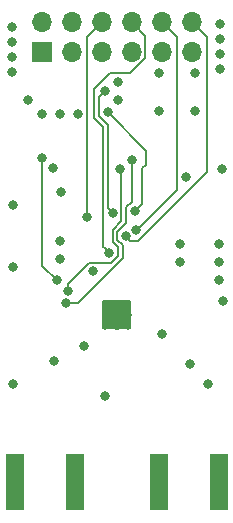
<source format=gbr>
G04 #@! TF.GenerationSoftware,KiCad,Pcbnew,5.0.1*
G04 #@! TF.CreationDate,2019-01-06T19:01:27+01:00*
G04 #@! TF.ProjectId,SX1257_pmod,5358313235375F706D6F642E6B696361,rev?*
G04 #@! TF.SameCoordinates,Original*
G04 #@! TF.FileFunction,Copper,L4,Bot,Signal*
G04 #@! TF.FilePolarity,Positive*
%FSLAX46Y46*%
G04 Gerber Fmt 4.6, Leading zero omitted, Abs format (unit mm)*
G04 Created by KiCad (PCBNEW 5.0.1) date Sun 06 Jan 2019 07:01:27 PM CET*
%MOMM*%
%LPD*%
G01*
G04 APERTURE LIST*
G04 #@! TA.AperFunction,SMDPad,CuDef*
%ADD10R,1.524000X4.800000*%
G04 #@! TD*
G04 #@! TA.AperFunction,ComponentPad*
%ADD11R,1.700000X1.700000*%
G04 #@! TD*
G04 #@! TA.AperFunction,ComponentPad*
%ADD12O,1.700000X1.700000*%
G04 #@! TD*
G04 #@! TA.AperFunction,ViaPad*
%ADD13C,0.500000*%
G04 #@! TD*
G04 #@! TA.AperFunction,Conductor*
%ADD14C,0.100000*%
G04 #@! TD*
G04 #@! TA.AperFunction,Conductor*
%ADD15C,2.500000*%
G04 #@! TD*
G04 #@! TA.AperFunction,ViaPad*
%ADD16C,0.800000*%
G04 #@! TD*
G04 #@! TA.AperFunction,Conductor*
%ADD17C,0.342900*%
G04 #@! TD*
G04 #@! TA.AperFunction,Conductor*
%ADD18C,0.203200*%
G04 #@! TD*
G04 #@! TA.AperFunction,Conductor*
%ADD19C,0.202000*%
G04 #@! TD*
G04 APERTURE END LIST*
D10*
G04 #@! TO.P,J3,2*
G04 #@! TO.N,GND*
X133096000Y-65613000D03*
X128016000Y-65613000D03*
G04 #@! TD*
G04 #@! TO.P,J2,2*
G04 #@! TO.N,GND*
X115824000Y-65613000D03*
X120904000Y-65613000D03*
G04 #@! TD*
D11*
G04 #@! TO.P,J1,1*
G04 #@! TO.N,/PMOD_3V3*
X118110000Y-29210000D03*
D12*
G04 #@! TO.P,J1,2*
X118110000Y-26670000D03*
G04 #@! TO.P,J1,3*
G04 #@! TO.N,GND*
X120650000Y-29210000D03*
G04 #@! TO.P,J1,4*
X120650000Y-26670000D03*
G04 #@! TO.P,J1,5*
G04 #@! TO.N,/CLK_OUT*
X123190000Y-29210000D03*
G04 #@! TO.P,J1,6*
G04 #@! TO.N,/PMOD_8*
X123190000Y-26670000D03*
G04 #@! TO.P,J1,7*
G04 #@! TO.N,/CLK_IN*
X125730000Y-29210000D03*
G04 #@! TO.P,J1,8*
G04 #@! TO.N,/PMOD_7*
X125730000Y-26670000D03*
G04 #@! TO.P,J1,9*
G04 #@! TO.N,/I2C_SDA*
X128270000Y-29210000D03*
G04 #@! TO.P,J1,10*
G04 #@! TO.N,/PMOD_6*
X128270000Y-26670000D03*
G04 #@! TO.P,J1,11*
G04 #@! TO.N,/I2C_CLK*
X130810000Y-29210000D03*
G04 #@! TO.P,J1,12*
G04 #@! TO.N,/PMOD_5*
X130810000Y-26670000D03*
G04 #@! TD*
D13*
G04 #@! TO.N,GND*
G04 #@! TO.C,U1*
X125460000Y-52435000D03*
X124460000Y-52435000D03*
X123460000Y-52435000D03*
X125460000Y-51435000D03*
X124460000Y-51435000D03*
X123460000Y-51435000D03*
X125460000Y-50435000D03*
X124460000Y-50435000D03*
X123460000Y-50435000D03*
D14*
G36*
X125484504Y-50186204D02*
X125508773Y-50189804D01*
X125532571Y-50195765D01*
X125555671Y-50204030D01*
X125577849Y-50214520D01*
X125598893Y-50227133D01*
X125618598Y-50241747D01*
X125636777Y-50258223D01*
X125653253Y-50276402D01*
X125667867Y-50296107D01*
X125680480Y-50317151D01*
X125690970Y-50339329D01*
X125699235Y-50362429D01*
X125705196Y-50386227D01*
X125708796Y-50410496D01*
X125710000Y-50435000D01*
X125710000Y-52435000D01*
X125708796Y-52459504D01*
X125705196Y-52483773D01*
X125699235Y-52507571D01*
X125690970Y-52530671D01*
X125680480Y-52552849D01*
X125667867Y-52573893D01*
X125653253Y-52593598D01*
X125636777Y-52611777D01*
X125618598Y-52628253D01*
X125598893Y-52642867D01*
X125577849Y-52655480D01*
X125555671Y-52665970D01*
X125532571Y-52674235D01*
X125508773Y-52680196D01*
X125484504Y-52683796D01*
X125460000Y-52685000D01*
X123460000Y-52685000D01*
X123435496Y-52683796D01*
X123411227Y-52680196D01*
X123387429Y-52674235D01*
X123364329Y-52665970D01*
X123342151Y-52655480D01*
X123321107Y-52642867D01*
X123301402Y-52628253D01*
X123283223Y-52611777D01*
X123266747Y-52593598D01*
X123252133Y-52573893D01*
X123239520Y-52552849D01*
X123229030Y-52530671D01*
X123220765Y-52507571D01*
X123214804Y-52483773D01*
X123211204Y-52459504D01*
X123210000Y-52435000D01*
X123210000Y-50435000D01*
X123211204Y-50410496D01*
X123214804Y-50386227D01*
X123220765Y-50362429D01*
X123229030Y-50339329D01*
X123239520Y-50317151D01*
X123252133Y-50296107D01*
X123266747Y-50276402D01*
X123283223Y-50258223D01*
X123301402Y-50241747D01*
X123321107Y-50227133D01*
X123342151Y-50214520D01*
X123364329Y-50204030D01*
X123387429Y-50195765D01*
X123411227Y-50189804D01*
X123435496Y-50186204D01*
X123460000Y-50185000D01*
X125460000Y-50185000D01*
X125484504Y-50186204D01*
X125484504Y-50186204D01*
G37*
D15*
X124460000Y-51435000D03*
G04 #@! TD*
D16*
G04 #@! TO.N,GND*
X119761000Y-41021000D03*
X130344547Y-39749810D03*
X115697000Y-47371000D03*
X115697000Y-42164000D03*
X133223000Y-28067000D03*
X133223000Y-29337000D03*
X133223000Y-30607000D03*
X133223000Y-26797000D03*
X115570000Y-27051000D03*
X115570000Y-29591000D03*
X115570000Y-28321000D03*
X115570000Y-30861000D03*
X133477000Y-50292000D03*
X130683000Y-55626000D03*
X123444000Y-58293000D03*
X132207000Y-57277000D03*
X115697000Y-57277000D03*
X133159500Y-67437000D03*
X133159500Y-66167000D03*
X133159500Y-63627000D03*
X133159500Y-64897000D03*
X128079500Y-67437000D03*
X128079500Y-66167000D03*
X128079500Y-64897000D03*
X128079500Y-63627000D03*
X115824000Y-66167000D03*
X115824000Y-63627000D03*
X115824000Y-67437000D03*
X115824000Y-64897000D03*
X119634000Y-46736000D03*
X119126000Y-55372000D03*
X119634000Y-45212000D03*
X133096000Y-48514000D03*
X133096000Y-46990000D03*
X133096000Y-45466000D03*
X124587000Y-33274000D03*
X128016000Y-34163010D03*
X131064000Y-34163000D03*
X120904000Y-66167000D03*
X120904000Y-63627000D03*
X120904000Y-67437000D03*
X120904000Y-64897000D03*
G04 #@! TO.N,/CLK_OUT*
X123698000Y-34289970D03*
X125984000Y-42672000D03*
G04 #@! TO.N,/CLK_IN*
X123444000Y-32512000D03*
X124167978Y-42797268D03*
G04 #@! TO.N,/PMOD_6*
X126106119Y-44280378D03*
G04 #@! TO.N,/PMOD_5*
X125236932Y-44781325D03*
G04 #@! TO.N,/PMOD_7*
X123845972Y-46217219D03*
G04 #@! TO.N,/PMOD_8*
X121920016Y-43180000D03*
G04 #@! TO.N,+3V3*
X133350000Y-39116000D03*
X116967000Y-33274000D03*
X118110000Y-34417000D03*
X119634000Y-34417000D03*
X121158000Y-34417000D03*
X128270000Y-53086000D03*
X121666000Y-54102000D03*
X122428000Y-47751982D03*
X129794000Y-45466000D03*
X129794000Y-46990000D03*
X124587000Y-31750000D03*
X131064000Y-30988000D03*
X128016000Y-30988000D03*
X119062500Y-39052500D03*
G04 #@! TO.N,/SPI_MOSI*
X120137848Y-50439070D03*
X125730000Y-38340190D03*
G04 #@! TO.N,/SPI_MISO*
X120342124Y-49456876D03*
X124714000Y-39116000D03*
G04 #@! TO.N,/SPI_SCK*
X119380000Y-48514000D03*
X118165744Y-38149514D03*
G04 #@! TD*
D17*
G04 #@! TO.N,GND*
X132986500Y-65994000D02*
X133159500Y-66167000D01*
X115633500Y-66167000D02*
X116095500Y-66167000D01*
X120713500Y-66167000D02*
X121175500Y-66167000D01*
D18*
G04 #@! TO.N,/CLK_OUT*
X123698000Y-34289970D02*
X126942807Y-37534777D01*
X126942807Y-37534777D02*
X126942807Y-38733305D01*
X126942807Y-38733305D02*
X126637977Y-39038135D01*
X126383999Y-42272001D02*
X125984000Y-42672000D01*
X126637977Y-42018023D02*
X126383999Y-42272001D01*
X126637977Y-39038135D02*
X126637977Y-42018023D01*
G04 #@! TO.N,/CLK_IN*
X123767979Y-35375979D02*
X123767979Y-38764915D01*
X122993198Y-32962802D02*
X122993198Y-34628306D01*
X123767979Y-42397269D02*
X124167978Y-42797268D01*
X123444000Y-32512000D02*
X122993198Y-32962802D01*
X123767979Y-38764915D02*
X123755199Y-38777695D01*
X123670892Y-35306000D02*
X123698000Y-35306000D01*
X122993198Y-34628306D02*
X123670892Y-35306000D01*
X123755199Y-42384489D02*
X123767979Y-42397269D01*
X123755199Y-38777695D02*
X123755199Y-42384489D01*
X123698000Y-35306000D02*
X123767979Y-35375979D01*
D19*
G04 #@! TO.N,/PMOD_6*
X128270000Y-26670000D02*
X129540000Y-27940000D01*
X129540000Y-27940000D02*
X129540000Y-40846497D01*
X129540000Y-40846497D02*
X126506118Y-43880379D01*
X126506118Y-43880379D02*
X126106119Y-44280378D01*
D18*
G04 #@! TO.N,/PMOD_5*
X125636931Y-45181324D02*
X125236932Y-44781325D01*
X132080000Y-39370000D02*
X126268676Y-45181324D01*
X130810000Y-26670000D02*
X132080000Y-27940000D01*
X126268676Y-45181324D02*
X125636931Y-45181324D01*
X132080000Y-27940000D02*
X132080000Y-39370000D01*
D19*
G04 #@! TO.N,/PMOD_7*
X125617816Y-30988000D02*
X123925782Y-30988000D01*
X123298000Y-45669247D02*
X123445973Y-45817220D01*
X122587387Y-32326395D02*
X122587387Y-34796398D01*
X123445973Y-45817220D02*
X123845972Y-46217219D01*
X126884201Y-29721615D02*
X125617816Y-30988000D01*
X125730000Y-26670000D02*
X126884201Y-27824201D01*
X123298000Y-35507011D02*
X123298000Y-45669247D01*
X123925782Y-30988000D02*
X122587387Y-32326395D01*
X126884201Y-27824201D02*
X126884201Y-29721615D01*
X122587387Y-34796398D02*
X123298000Y-35507011D01*
D18*
G04 #@! TO.N,/PMOD_8*
X121920016Y-27939984D02*
X121920016Y-42614315D01*
X121920016Y-42614315D02*
X121920016Y-43180000D01*
X123190000Y-26670000D02*
X121920016Y-27939984D01*
G04 #@! TO.N,/SPI_MOSI*
X124968000Y-46666686D02*
X124968000Y-45555499D01*
X124532131Y-45119630D02*
X124532131Y-44443020D01*
X124968000Y-45555499D02*
X124532131Y-45119630D01*
X125279189Y-43695962D02*
X125279189Y-42333705D01*
X125279189Y-42333705D02*
X125730000Y-41882894D01*
X125730000Y-41882894D02*
X125730000Y-38905875D01*
X125730000Y-38905875D02*
X125730000Y-38340190D01*
X120137848Y-50439070D02*
X121195615Y-50439070D01*
X121195615Y-50439070D02*
X124968000Y-46666686D01*
X124532131Y-44443020D02*
X125279189Y-43695962D01*
G04 #@! TO.N,/SPI_MISO*
X124872778Y-39274778D02*
X124714000Y-39116000D01*
X124125720Y-45287970D02*
X124125720Y-44274680D01*
X120342124Y-48794754D02*
X122089695Y-47047181D01*
X120342124Y-49456876D02*
X120342124Y-48794754D01*
X122089695Y-47047181D02*
X124012753Y-47047181D01*
X124012753Y-47047181D02*
X124561589Y-46498346D01*
X124125720Y-44274680D02*
X124872778Y-43527622D01*
X124561589Y-46498346D02*
X124561589Y-45723839D01*
X124872778Y-43527622D02*
X124872778Y-39274778D01*
X124561589Y-45723839D02*
X124125720Y-45287970D01*
G04 #@! TO.N,/SPI_SCK*
X118165744Y-38715199D02*
X118165744Y-38149514D01*
X119380000Y-48514000D02*
X118165744Y-47299744D01*
X118165744Y-47299744D02*
X118165744Y-38715199D01*
G04 #@! TD*
M02*

</source>
